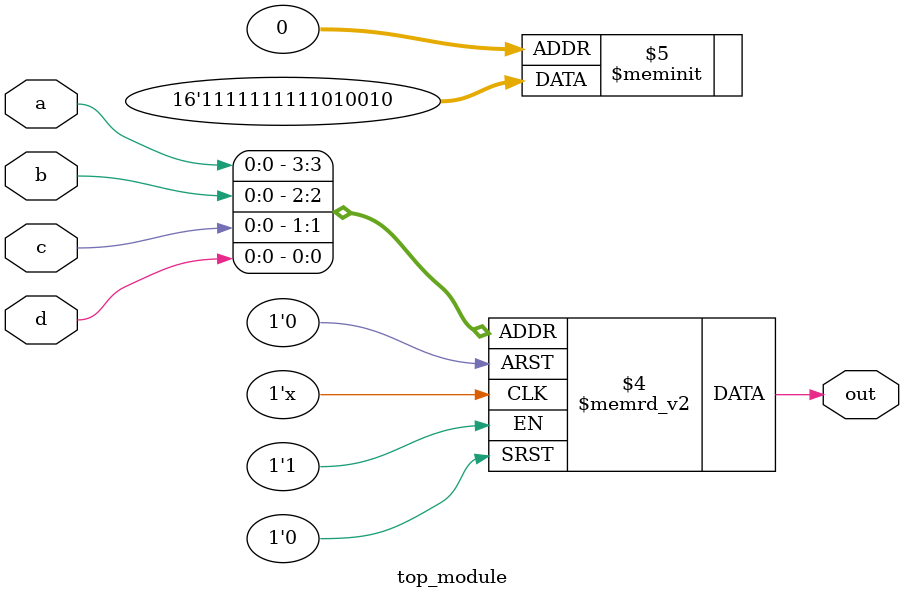
<source format=sv>
module top_module (
    input a,
    input b,
    input c,
    input d,
    output reg out
);

always @(*) begin
    case ({a, b, c, d})
        4'b0000: out = 0;
        4'b0001: out = 1;
        4'b0010: out = 0;
        4'b0011: out = 0;
        4'b0100: out = 1;
        4'b0101: out = 0;
        4'b0110: out = 1;
        4'b0111: out = 1;
        4'b1000: out = 1;
        4'b1001: out = 1;
        4'b1010: out = 1;
        4'b1011: out = 1;
        4'b1100: out = 1;
        4'b1101: out = 1;
        4'b1110: out = 1;
        4'b1111: out = 1;
        default: out = 1'bx; // Handle the case of unspecified states
    endcase
end

endmodule

</source>
